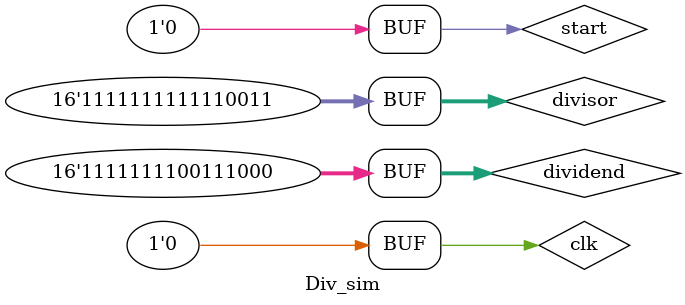
<source format=v>
`timescale 1ns / 1ps


module Div_sim(

    );

    reg clk;
    reg rst;
    reg start;
    reg [15:0] dividend;
    reg [15:0] divisor;
    wire finish;
    wire ready;
    wire [15:0] quotient;
    wire [15:0] remainder;
    wire div_by_0;

    Div d0 (
        .clk(clk),
        .rst(rst),
        .start(start),
        .dividend(dividend),
        .divisor(divisor),
        .finish(finish),
        .ready(ready),
        .quotient(quotient),
        .remainder(remainder),
        .div_by_0(div_by_0)
    );

    always begin
        clk <= 1'b1; #2;
        clk <= 1'b0; #2;
    end

    initial begin
        start = 0;
        #10;
        dividend = 15'd1;
        divisor = 15'd0;
        #10 start = 1;
        #10 start = 0;
        #200;

        dividend = 15'd74;
        divisor = 15'd21;
        #10 start = 1;
        #10 start = 0;
        #200;

        dividend = 15'd15;
        divisor = 15'd3;
        #10 start = 1;
        #10 start = 0;
        #200;

        dividend = -15'd15;
        divisor = 15'd2;
        #10 start = 1;
        #10 start = 0;
        #200;

        dividend = 15'd100;
        divisor = -15'd3;
        #10 start = 1;
        #10 start = 0;
        #200;

        dividend = -15'd200;
        divisor = -15'd13;
        #10 start = 1;
        #10 start = 0;
        #200;
    end

endmodule

</source>
